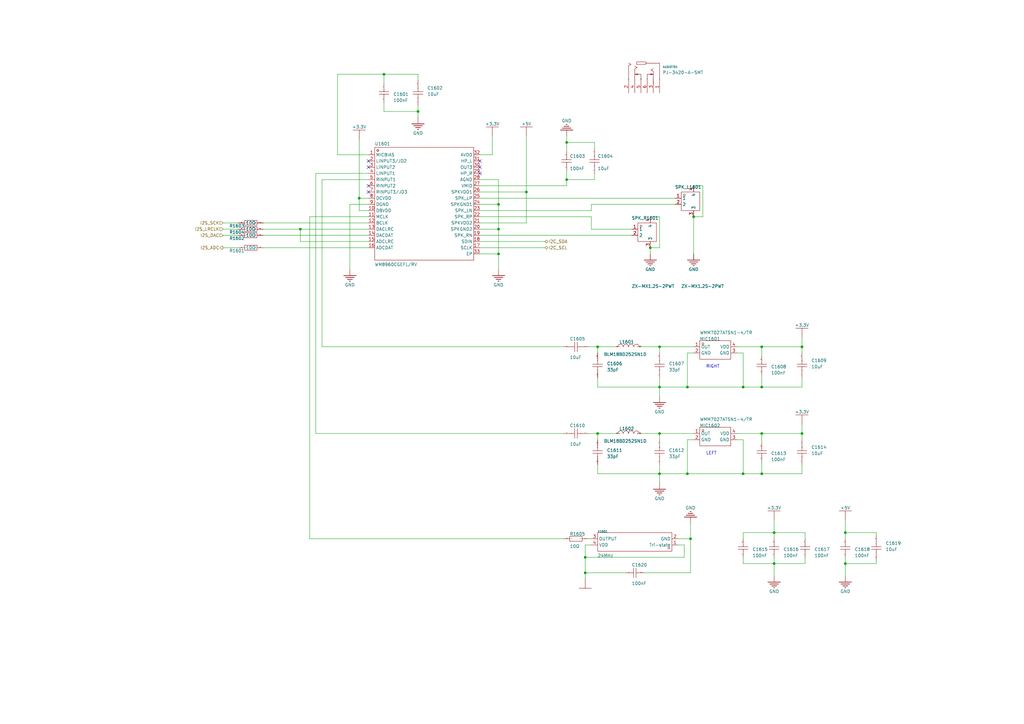
<source format=kicad_sch>
(kicad_sch (version 20250114) (generator "eeschema") (generator_version "9.0")
  (paper "A3")
  (title_block (date "2025-02-21"))
  (lib_symbols
    (symbol "mainboard:0402B104K250NT"
      (property "Reference" "C" (at 0 0 0))
      (symbol "0402B104K250NT_1_0"
        (polyline (pts (xy -1.27 0) (xy -0.508 0)))
        (polyline (pts (xy -0.508 2.032) (xy -0.508 -2.032)))
        (polyline (pts (xy 0.508 2.032) (xy 0.508 -2.032)))
        (polyline (pts (xy 0.508 0) (xy 1.27 0)))
        (pin input line (at -3.81 0 0) (length 2.54) (name "1") (number "1"))
        (pin input line (at 3.81 0 180) (length 2.54) (name "2") (number "2"))
      )
    )
    (symbol "mainboard:0603CG330J500NT"
      (property "Reference" "C" (at 0 0 0))
      (symbol "0603CG330J500NT_1_0"
        (polyline (pts (xy -0.508 0) (xy -2.54 0)))
        (polyline (pts (xy -0.508 -2.032) (xy -0.508 2.032)))
        (polyline (pts (xy 0.508 2.032) (xy 0.508 -2.032)))
        (polyline (pts (xy 2.54 0) (xy 0.508 0)))
        (pin unspecified line (at -5.08 0 0) (length 2.54) (name "1") (number "1"))
        (pin unspecified line (at 5.08 0 180) (length 2.54) (name "2") (number "2"))
      )
    )
    (symbol "mainboard:0603WAF100JT5E"
      (property "Reference" "R" (at 0 0 0))
      (symbol "0603WAF100JT5E_1_0"
        (rectangle (start -2.54 -1.016) (end 2.54 1.016))
        (pin input line (at -5.08 0 0) (length 2.54) (name "1") (number "1"))
        (pin input line (at 5.08 0 180) (length 2.54) (name "2") (number "2"))
      )
    )
    (symbol "mainboard:BLM18BD252SN1D"
      (property "Reference" "L" (at 0 0 0))
      (symbol "BLM18BD252SN1D_1_0"
        (polyline (pts (xy -4.2672 0) (xy -4.2164 0.4318) (xy -4.2164 0.4318) (xy -4.0132 0.7874) (xy -4.0132 0.7874) (xy -3.6576 1.016) (xy -3.6576 1.016) (xy -3.2512 1.0922) (xy -3.2512 1.0922) (xy -2.8702 1.016) (xy -2.8702 1.016) (xy -2.5146 0.7874) (xy -2.5146 0.7874) (xy -2.3114 0.4064) (xy -2.3114 0.4064) (xy -2.2606 0)))
        (polyline (pts (xy -2.1082 0) (xy -2.0828 0.4318) (xy -2.0828 0.4318) (xy -1.8542 0.7874) (xy -1.8542 0.7874) (xy -1.524 1.016) (xy -1.524 1.016) (xy -1.1176 1.0922) (xy -1.1176 1.0922) (xy -0.7112 1.016) (xy -0.7112 1.016) (xy -0.3556 0.7874) (xy -0.3556 0.7874) (xy -0.1524 0.4318) (xy -0.1524 0.4318) (xy -0.1016 0)))
        (polyline (pts (xy 0 0) (xy 0.0508 0.4318) (xy 0.0508 0.4318) (xy 0.2794 0.7874) (xy 0.2794 0.7874) (xy 0.6096 1.016) (xy 0.6096 1.016) (xy 1.016 1.0922) (xy 1.016 1.0922) (xy 1.4224 1.016) (xy 1.4224 1.016) (xy 1.7526 0.7874) (xy 1.7526 0.7874) (xy 1.9812 0.4318) (xy 1.9812 0.4318) (xy 2.032 0)))
        (polyline (pts (xy 2.2098 0) (xy 2.2606 0.4064) (xy 2.2606 0.4064) (xy 2.4638 0.762) (xy 2.4638 0.762) (xy 2.8194 0.9906) (xy 2.8194 0.9906) (xy 3.2004 1.0922) (xy 3.2004 1.0922) (xy 3.6068 0.9906) (xy 3.6068 0.9906) (xy 3.9624 0.762) (xy 3.9624 0.762) (xy 4.1656 0.4064) (xy 4.1656 0.4064) (xy 4.2164 0)))
        (pin input line (at -5.08 0 0) (length 0.762) (name "1") (number "1"))
        (pin input line (at 5.08 0 180) (length 0.762) (name "2") (number "2"))
      )
    )
    (symbol "mainboard:CL10A106MA8NRNC"
      (property "Reference" "C" (at 0 0 0))
      (symbol "CL10A106MA8NRNC_1_0"
        (polyline (pts (xy -0.508 0) (xy -2.54 0)))
        (polyline (pts (xy -0.508 -2.032) (xy -0.508 2.032)))
        (polyline (pts (xy 0.508 2.032) (xy 0.508 -2.032)))
        (polyline (pts (xy 2.54 0) (xy 0.508 0)))
        (pin input line (at -5.08 0 0) (length 2.54) (name "1") (number "1"))
        (pin input line (at 5.08 0 180) (length 2.54) (name "2") (number "2"))
      )
    )
    (symbol "mainboard:Ground-GND" (power) (pin_numbers (hide yes)) (pin_names (hide yes))
      (property "Value" "GND" (at 0 -6.35 0))
      (symbol "Ground-GND_1_0"
        (polyline (pts (xy -2.54 -2.54) (xy 2.54 -2.54)) (stroke (width 0.254)))
        (polyline (pts (xy -1.778 -3.302) (xy 1.778 -3.302)) (stroke (width 0.254)))
        (polyline (pts (xy -1.016 -4.064) (xy 1.016 -4.064)) (stroke (width 0.254)))
        (polyline (pts (xy -0.254 -4.826) (xy 0.254 -4.826)) (stroke (width 0.254)))
        (pin power_in line (at 0 0 270) (length 2.54) (name "") (number "1"))
      )
    )
    (symbol "mainboard:OT322524MJBA4SL"
      (property "Reference" "X" (at 0 0 0))
      (symbol "OT322524MJBA4SL_1_0"
        (rectangle (start -15.24 -3.81) (end 15.24 3.81))
        (circle (center -13.97 2.54) (radius 0.381))
        (pin input line (at -17.78 1.27 0) (length 2.54) (name "Tri-state") (number "1"))
        (pin input line (at -17.78 -1.27 0) (length 2.54) (name "GND") (number "2"))
        (pin input line (at 17.78 1.27 180) (length 2.54) (name "VDD") (number "4"))
        (pin input line (at 17.78 -1.27 180) (length 2.54) (name "OUTPUT") (number "3"))
      )
    )
    (symbol "mainboard:PJ-3537-X"
      (property "Reference" "AUDIO" (at 0 0 0))
      (symbol "PJ-3537-X_1_0"
        (rectangle (start -7.62 -1.778) (end -6.604 2.032))
        (polyline (pts (xy -2.54 5.08) (xy -2.286 3.81)))
        (polyline (pts (xy -2.54 -2.54) (xy -2.794 -1.27)))
        (polyline (pts (xy 0 7.62) (xy -7.112 7.62) (xy -7.112 7.62) (xy -7.112 2.032)))
        (polyline (pts (xy 0 2.54) (xy -2.54 2.54) (xy -2.54 2.54) (xy -2.54 5.08) (xy -2.54 5.08) (xy -2.794 3.81)))
        (polyline (pts (xy 0 0) (xy -2.54 0) (xy -2.54 0) (xy -2.54 -2.54) (xy -2.54 -2.54) (xy -2.286 -1.27)))
        (polyline (pts (xy 0 -2.54) (xy -4.826 -2.54) (xy -4.826 -2.54) (xy -5.334 -1.524) (xy -5.334 -1.524) (xy -5.842 -2.54)))
        (polyline (pts (xy 0 -5.08) (xy -6.096 -5.08) (xy -6.096 -5.08) (xy -6.604 -4.064) (xy -6.604 -4.064) (xy -7.112 -5.08)))
        (polyline (pts (xy 1.27 5.08) (xy -3.81 5.08) (xy -3.81 5.08) (xy -4.318 4.064) (xy -4.318 4.064) (xy -4.826 5.08)))
        (pin input line (at 5.08 7.62 180) (length 5.08) (name "1") (number "1"))
        (pin input line (at 5.08 5.08 180) (length 5.08) (name "3") (number "3"))
        (pin input line (at 5.08 2.54 180) (length 5.08) (name "6") (number "6"))
        (pin input line (at 5.08 0 180) (length 5.08) (name "5") (number "5"))
        (pin input line (at 5.08 -2.54 180) (length 5.08) (name "4") (number "4"))
        (pin input line (at 5.08 -5.08 180) (length 5.08) (name "2") (number "2"))
      )
    )
    (symbol "mainboard:Power-5V" (power) (pin_numbers (hide yes)) (pin_names (hide yes))
      (symbol "Power-5V_1_0"
        (polyline (pts (xy -2.54 3.81) (xy 2.54 3.81)))
        (polyline (pts (xy 0 3.81) (xy 0 1.27)))
        (pin power_in line (at 0 0 90) (length 1.27) (name "") (number "1"))
      )
    )
    (symbol "mainboard:WM8960CGEFL/RV"
      (property "Reference" "U" (at 0 0 0))
      (symbol "WM8960CGEFL/RV_1_0"
        (rectangle (start -20.32 -24.13) (end 20.32 22.098))
        (circle (center -19.05 20.828) (radius 0.381))
        (circle (center -19.05 20.828) (radius 0.381))
        (pin unspecified line (at -22.86 19.05 0) (length 2.54) (name "MICBIAS") (number "1"))
        (pin unspecified line (at -22.86 16.51 0) (length 2.54) (name "LINPUT3/JD2") (number "2"))
        (pin unspecified line (at -22.86 13.97 0) (length 2.54) (name "LINPUT2") (number "3"))
        (pin unspecified line (at -22.86 11.43 0) (length 2.54) (name "LINPUT1") (number "4"))
        (pin unspecified line (at -22.86 8.89 0) (length 2.54) (name "RINPUT1") (number "5"))
        (pin unspecified line (at -22.86 6.35 0) (length 2.54) (name "RINPUT2") (number "6"))
        (pin unspecified line (at -22.86 3.81 0) (length 2.54) (name "RINPUT3/JD3") (number "7"))
        (pin unspecified line (at -22.86 1.27 0) (length 2.54) (name "DCVDD") (number "8"))
        (pin unspecified line (at -22.86 -1.27 0) (length 2.54) (name "DGND") (number "9"))
        (pin unspecified line (at -22.86 -3.81 0) (length 2.54) (name "DBVDD") (number "10"))
        (pin unspecified line (at -22.86 -6.35 0) (length 2.54) (name "MCLK") (number "11"))
        (pin unspecified line (at -22.86 -8.89 0) (length 2.54) (name "BCLK") (number "12"))
        (pin unspecified line (at -22.86 -11.43 0) (length 2.54) (name "DACLRC") (number "13"))
        (pin unspecified line (at -22.86 -13.97 0) (length 2.54) (name "DACDAT") (number "14"))
        (pin unspecified line (at -22.86 -16.51 0) (length 2.54) (name "ADCLRC") (number "15"))
        (pin unspecified line (at -22.86 -19.05 0) (length 2.54) (name "ADCDAT") (number "16"))
        (pin unspecified line (at 22.86 19.05 180) (length 2.54) (name "AVDD") (number "32"))
        (pin unspecified line (at 22.86 16.51 180) (length 2.54) (name "HP_L") (number "31"))
        (pin unspecified line (at 22.86 13.97 180) (length 2.54) (name "OUT3") (number "30"))
        (pin unspecified line (at 22.86 11.43 180) (length 2.54) (name "HP_R") (number "29"))
        (pin unspecified line (at 22.86 8.89 180) (length 2.54) (name "AGND") (number "28"))
        (pin unspecified line (at 22.86 6.35 180) (length 2.54) (name "VMID") (number "27"))
        (pin unspecified line (at 22.86 3.81 180) (length 2.54) (name "SPKVDD1") (number "26"))
        (pin unspecified line (at 22.86 1.27 180) (length 2.54) (name "SPK_LP") (number "25"))
        (pin unspecified line (at 22.86 -1.27 180) (length 2.54) (name "SPKGND1") (number "24"))
        (pin unspecified line (at 22.86 -3.81 180) (length 2.54) (name "SPK_LN") (number "23"))
        (pin unspecified line (at 22.86 -6.35 180) (length 2.54) (name "SPK_RP") (number "22"))
        (pin unspecified line (at 22.86 -8.89 180) (length 2.54) (name "SPKVDD2") (number "21"))
        (pin unspecified line (at 22.86 -11.43 180) (length 2.54) (name "SPKGND2") (number "20"))
        (pin unspecified line (at 22.86 -13.97 180) (length 2.54) (name "SPK_RN") (number "19"))
        (pin unspecified line (at 22.86 -16.51 180) (length 2.54) (name "SDIN") (number "18"))
        (pin unspecified line (at 22.86 -19.05 180) (length 2.54) (name "SCLK") (number "17"))
        (pin unspecified line (at 22.86 -21.59 180) (length 2.54) (name "EP") (number "33"))
      )
    )
    (symbol "mainboard:WMM7027ATSN1-4/TR"
      (property "Reference" "MIC" (at 0 0 0))
      (symbol "WMM7027ATSN1-4/TR_1_0"
        (rectangle (start -6.35 -3.81) (end 6.35 3.81))
        (circle (center -5.08 2.54) (radius 0.381))
        (pin unspecified line (at -8.89 1.27 0) (length 2.54) (name "OUT") (number "1"))
        (pin unspecified line (at -8.89 -1.27 0) (length 2.54) (name "GND") (number "2"))
        (pin unspecified line (at 8.89 1.27 180) (length 2.54) (name "VDD") (number "4"))
        (pin unspecified line (at 8.89 -1.27 180) (length 2.54) (name "GND") (number "3"))
      )
    )
    (symbol "mainboard:ZX-MX1.25-2PWT"
      (property "Reference" "U" (at 0 0 0))
      (symbol "ZX-MX1.25-2PWT_1_0"
        (rectangle (start -2.54 -2.54) (end 5.08 5.08))
        (circle (center -1.27 3.81) (radius 0.381))
        (pin unspecified line (at -5.08 2.54 0) (length 2.54) (name "1") (number "1"))
        (pin unspecified line (at -5.08 0 0) (length 2.54) (name "2") (number "2"))
        (pin unspecified line (at 2.54 7.62 270) (length 2.54) (name "4") (number "4"))
        (pin unspecified line (at 2.54 -5.08 90) (length 2.54) (name "3") (number "3"))
      )
    )
  )
  (text "RIGHT" (at 289.56 151.13 0) (effects (font (size 1.27 1.27)) (justify left bottom)))
  (text "LEFT" (at 289.56 186.69 0) (effects (font (size 1.27 1.27)) (justify left bottom)))
  (junction (at 283.21 220.98))
  (junction (at 328.93 142.24))
  (junction (at 266.7 101.6))
  (junction (at 270.51 177.8))
  (junction (at 215.9 78.74))
  (junction (at 304.8 158.75))
  (junction (at 312.42 142.24))
  (junction (at 123.19 93.98))
  (junction (at 281.94 194.31))
  (junction (at 346.71 231.14))
  (junction (at 312.42 158.75))
  (junction (at 346.71 218.44))
  (junction (at 232.41 58.42))
  (junction (at 312.42 194.31))
  (junction (at 270.51 158.75))
  (junction (at 157.48 30.48))
  (junction (at 240.03 234.95))
  (junction (at 232.41 73.66))
  (junction (at 270.51 142.24))
  (junction (at 245.11 142.24))
  (junction (at 328.93 177.8))
  (junction (at 240.03 228.6))
  (junction (at 204.47 93.98))
  (junction (at 147.32 81.28))
  (junction (at 245.11 177.8))
  (junction (at 281.94 158.75))
  (junction (at 270.51 194.31))
  (junction (at 317.5 218.44))
  (junction (at 171.45 45.72))
  (junction (at 304.8 194.31))
  (junction (at 312.42 177.8))
  (junction (at 204.47 83.82))
  (junction (at 204.47 104.14))
  (junction (at 284.48 88.9))
  (junction (at 317.5 231.14))
  (no_connect (at 196.85 66.04))
  (no_connect (at 196.85 71.12))
  (no_connect (at 196.85 68.58))
  (no_connect (at 151.13 76.2))
  (no_connect (at 151.13 66.04))
  (no_connect (at 151.13 68.58))
  (no_connect (at 151.13 78.74))
  (wire (pts (xy 346.71 228.6) (xy 346.71 231.14)))
  (wire (pts (xy 147.32 57.15) (xy 147.32 81.28)))
  (wire (pts (xy 241.3 142.24) (xy 245.11 142.24)))
  (wire (pts (xy 245.11 190.5) (xy 245.11 194.31)))
  (wire (pts (xy 138.43 30.48) (xy 138.43 63.5)))
  (wire (pts (xy 328.93 142.24) (xy 312.42 142.24)))
  (wire (pts (xy 123.19 93.98) (xy 123.19 99.06)))
  (wire (pts (xy 328.93 180.34) (xy 328.93 177.8)))
  (wire (pts (xy 157.48 30.48) (xy 138.43 30.48)))
  (wire (pts (xy 312.42 194.31) (xy 304.8 194.31)))
  (wire (pts (xy 241.3 177.8) (xy 245.11 177.8)))
  (wire (pts (xy 171.45 43.18) (xy 171.45 45.72)))
  (wire (pts (xy 312.42 142.24) (xy 312.42 146.05)))
  (wire (pts (xy 283.21 214.63) (xy 283.21 220.98)))
  (wire (pts (xy 328.93 158.75) (xy 328.93 154.94)))
  (wire (pts (xy 317.5 231.14) (xy 317.5 228.6)))
  (wire (pts (xy 240.03 228.6) (xy 280.67 228.6)))
  (wire (pts (xy 346.71 213.36) (xy 346.71 218.44)))
  (wire (pts (xy 328.93 142.24) (xy 328.93 138.43)))
  (wire (pts (xy 151.13 63.5) (xy 138.43 63.5)))
  (wire (pts (xy 129.54 177.8) (xy 231.14 177.8)))
  (wire (pts (xy 328.93 144.78) (xy 328.93 142.24)))
  (wire (pts (xy 270.51 177.8) (xy 262.89 177.8)))
  (wire (pts (xy 270.51 88.9) (xy 266.7 88.9)))
  (wire (pts (xy 284.48 180.34) (xy 281.94 180.34)))
  (wire (pts (xy 201.93 55.88) (xy 201.93 63.5)))
  (wire (pts (xy 243.84 60.96) (xy 243.84 58.42)))
  (wire (pts (xy 284.48 88.9) (xy 288.29 88.9)))
  (wire (pts (xy 232.41 73.66) (xy 232.41 69.85)))
  (wire (pts (xy 312.42 158.75) (xy 328.93 158.75)))
  (wire (pts (xy 204.47 83.82) (xy 204.47 73.66)))
  (wire (pts (xy 304.8 180.34) (xy 304.8 194.31)))
  (wire (pts (xy 151.13 71.12) (xy 129.54 71.12)))
  (wire (pts (xy 240.03 228.6) (xy 240.03 223.52)))
  (wire (pts (xy 242.57 83.82) (xy 242.57 86.36)))
  (wire (pts (xy 259.08 93.98) (xy 242.57 93.98)))
  (wire (pts (xy 283.21 220.98) (xy 283.21 234.95)))
  (wire (pts (xy 270.51 177.8) (xy 270.51 180.34)))
  (wire (pts (xy 215.9 78.74) (xy 215.9 91.44)))
  (wire (pts (xy 330.2 228.6) (xy 330.2 231.14)))
  (wire (pts (xy 107.95 91.44) (xy 151.13 91.44)))
  (wire (pts (xy 270.51 194.31) (xy 270.51 190.5)))
  (wire (pts (xy 359.41 229.87) (xy 359.41 231.14)))
  (wire (pts (xy 304.8 158.75) (xy 304.8 144.78)))
  (wire (pts (xy 107.95 96.52) (xy 151.13 96.52)))
  (wire (pts (xy 252.73 177.8) (xy 245.11 177.8)))
  (wire (pts (xy 91.44 93.98) (xy 97.79 93.98)))
  (wire (pts (xy 215.9 78.74) (xy 215.9 55.88)))
  (wire (pts (xy 196.85 83.82) (xy 204.47 83.82)))
  (wire (pts (xy 276.86 83.82) (xy 242.57 83.82)))
  (wire (pts (xy 317.5 220.98) (xy 317.5 218.44)))
  (wire (pts (xy 196.85 78.74) (xy 215.9 78.74)))
  (wire (pts (xy 281.94 158.75) (xy 281.94 144.78)))
  (wire (pts (xy 232.41 76.2) (xy 232.41 73.66)))
  (wire (pts (xy 132.08 142.24) (xy 132.08 73.66)))
  (wire (pts (xy 243.84 71.12) (xy 243.84 73.66)))
  (wire (pts (xy 359.41 218.44) (xy 346.71 218.44)))
  (wire (pts (xy 196.85 93.98) (xy 204.47 93.98)))
  (wire (pts (xy 147.32 86.36) (xy 151.13 86.36)))
  (wire (pts (xy 328.93 177.8) (xy 312.42 177.8)))
  (wire (pts (xy 240.03 237.49) (xy 240.03 234.95)))
  (wire (pts (xy 259.08 96.52) (xy 196.85 96.52)))
  (wire (pts (xy 256.54 234.95) (xy 240.03 234.95)))
  (wire (pts (xy 346.71 236.22) (xy 346.71 231.14)))
  (wire (pts (xy 201.93 63.5) (xy 196.85 63.5)))
  (wire (pts (xy 91.44 101.6) (xy 97.79 101.6)))
  (wire (pts (xy 270.51 158.75) (xy 270.51 154.94)))
  (wire (pts (xy 151.13 83.82) (xy 143.51 83.82)))
  (wire (pts (xy 346.71 231.14) (xy 359.41 231.14)))
  (wire (pts (xy 242.57 88.9) (xy 242.57 93.98)))
  (wire (pts (xy 302.26 180.34) (xy 304.8 180.34)))
  (wire (pts (xy 147.32 81.28) (xy 147.32 86.36)))
  (wire (pts (xy 243.84 58.42) (xy 232.41 58.42)))
  (wire (pts (xy 196.85 99.06) (xy 223.52 99.06)))
  (wire (pts (xy 157.48 45.72) (xy 157.48 41.91)))
  (wire (pts (xy 270.51 142.24) (xy 262.89 142.24)))
  (wire (pts (xy 232.41 76.2) (xy 196.85 76.2)))
  (wire (pts (xy 270.51 88.9) (xy 270.51 101.6)))
  (wire (pts (xy 304.8 228.6) (xy 304.8 231.14)))
  (wire (pts (xy 127 88.9) (xy 151.13 88.9)))
  (wire (pts (xy 312.42 177.8) (xy 312.42 181.61)))
  (wire (pts (xy 171.45 30.48) (xy 157.48 30.48)))
  (wire (pts (xy 328.93 190.5) (xy 328.93 194.31)))
  (wire (pts (xy 312.42 158.75) (xy 304.8 158.75)))
  (wire (pts (xy 288.29 88.9) (xy 288.29 76.2)))
  (wire (pts (xy 129.54 71.12) (xy 129.54 177.8)))
  (wire (pts (xy 270.51 158.75) (xy 281.94 158.75)))
  (wire (pts (xy 232.41 62.23) (xy 232.41 58.42)))
  (wire (pts (xy 312.42 158.75) (xy 312.42 153.67)))
  (wire (pts (xy 215.9 91.44) (xy 196.85 91.44)))
  (wire (pts (xy 204.47 104.14) (xy 204.47 110.49)))
  (wire (pts (xy 245.11 142.24) (xy 252.73 142.24)))
  (wire (pts (xy 328.93 177.8) (xy 328.93 173.99)))
  (wire (pts (xy 132.08 142.24) (xy 231.14 142.24)))
  (wire (pts (xy 171.45 45.72) (xy 171.45 48.26)))
  (wire (pts (xy 270.51 162.56) (xy 270.51 158.75)))
  (wire (pts (xy 143.51 83.82) (xy 143.51 110.49)))
  (wire (pts (xy 276.86 81.28) (xy 196.85 81.28)))
  (wire (pts (xy 280.67 223.52) (xy 278.13 223.52)))
  (wire (pts (xy 107.95 101.6) (xy 151.13 101.6)))
  (wire (pts (xy 280.67 228.6) (xy 280.67 223.52)))
  (wire (pts (xy 242.57 220.98) (xy 241.3 220.98)))
  (wire (pts (xy 317.5 218.44) (xy 317.5 213.36)))
  (wire (pts (xy 284.48 142.24) (xy 270.51 142.24)))
  (wire (pts (xy 317.5 236.22) (xy 317.5 231.14)))
  (wire (pts (xy 243.84 73.66) (xy 232.41 73.66)))
  (wire (pts (xy 127 220.98) (xy 127 88.9)))
  (wire (pts (xy 266.7 101.6) (xy 270.51 101.6)))
  (wire (pts (xy 204.47 93.98) (xy 204.47 104.14)))
  (wire (pts (xy 242.57 88.9) (xy 196.85 88.9)))
  (wire (pts (xy 288.29 76.2) (xy 284.48 76.2)))
  (wire (pts (xy 196.85 104.14) (xy 204.47 104.14)))
  (wire (pts (xy 281.94 194.31) (xy 270.51 194.31)))
  (wire (pts (xy 245.11 194.31) (xy 270.51 194.31)))
  (wire (pts (xy 270.51 142.24) (xy 270.51 144.78)))
  (wire (pts (xy 304.8 194.31) (xy 281.94 194.31)))
  (wire (pts (xy 304.8 220.98) (xy 304.8 218.44)))
  (wire (pts (xy 171.45 30.48) (xy 171.45 33.02)))
  (wire (pts (xy 123.19 99.06) (xy 151.13 99.06)))
  (wire (pts (xy 266.7 101.6) (xy 266.7 104.14)))
  (wire (pts (xy 330.2 220.98) (xy 330.2 218.44)))
  (wire (pts (xy 91.44 91.44) (xy 97.79 91.44)))
  (wire (pts (xy 312.42 177.8) (xy 302.26 177.8)))
  (wire (pts (xy 264.16 234.95) (xy 283.21 234.95)))
  (wire (pts (xy 270.51 194.31) (xy 270.51 198.12)))
  (wire (pts (xy 157.48 30.48) (xy 157.48 34.29)))
  (wire (pts (xy 242.57 86.36) (xy 196.85 86.36)))
  (wire (pts (xy 281.94 144.78) (xy 284.48 144.78)))
  (wire (pts (xy 245.11 177.8) (xy 245.11 180.34)))
  (wire (pts (xy 242.57 223.52) (xy 240.03 223.52)))
  (wire (pts (xy 196.85 101.6) (xy 223.52 101.6)))
  (wire (pts (xy 123.19 93.98) (xy 151.13 93.98)))
  (wire (pts (xy 281.94 158.75) (xy 304.8 158.75)))
  (wire (pts (xy 330.2 218.44) (xy 317.5 218.44)))
  (wire (pts (xy 304.8 218.44) (xy 317.5 218.44)))
  (wire (pts (xy 284.48 177.8) (xy 270.51 177.8)))
  (wire (pts (xy 281.94 180.34) (xy 281.94 194.31)))
  (wire (pts (xy 231.14 220.98) (xy 127 220.98)))
  (wire (pts (xy 204.47 83.82) (xy 204.47 93.98)))
  (wire (pts (xy 204.47 73.66) (xy 196.85 73.66)))
  (wire (pts (xy 151.13 81.28) (xy 147.32 81.28)))
  (wire (pts (xy 302.26 144.78) (xy 304.8 144.78)))
  (wire (pts (xy 240.03 234.95) (xy 240.03 228.6)))
  (wire (pts (xy 151.13 73.66) (xy 132.08 73.66)))
  (wire (pts (xy 245.11 158.75) (xy 270.51 158.75)))
  (wire (pts (xy 328.93 194.31) (xy 312.42 194.31)))
  (wire (pts (xy 245.11 158.75) (xy 245.11 154.94)))
  (wire (pts (xy 312.42 189.23) (xy 312.42 194.31)))
  (wire (pts (xy 304.8 231.14) (xy 317.5 231.14)))
  (wire (pts (xy 107.95 93.98) (xy 123.19 93.98)))
  (wire (pts (xy 312.42 142.24) (xy 302.26 142.24)))
  (wire (pts (xy 171.45 45.72) (xy 157.48 45.72)))
  (wire (pts (xy 359.41 219.71) (xy 359.41 218.44)))
  (wire (pts (xy 283.21 220.98) (xy 278.13 220.98)))
  (wire (pts (xy 284.48 88.9) (xy 284.48 104.14)))
  (wire (pts (xy 245.11 144.78) (xy 245.11 142.24)))
  (wire (pts (xy 346.71 218.44) (xy 346.71 220.98)))
  (wire (pts (xy 91.44 96.52) (xy 97.79 96.52)))
  (wire (pts (xy 232.41 58.42) (xy 232.41 55.88)))
  (wire (pts (xy 330.2 231.14) (xy 317.5 231.14)))
  (hierarchical_label "I2S_LRCLK" (shape input) (at 91.44 93.98 180))
  (hierarchical_label "I2S_ADC" (shape output) (at 91.44 101.6 180))
  (hierarchical_label "I2C_SDA" (shape bidirectional) (at 223.52 99.06 0))
  (hierarchical_label "I2C_SCL" (shape bidirectional) (at 223.52 101.6 0))
  (hierarchical_label "I2S_DAC" (shape input) (at 91.44 96.52 180))
  (hierarchical_label "I2S_SCK" (shape input) (at 91.44 91.44 180))
  (symbol (lib_id "mainboard:0402B104K250NT") (at 312.42 149.86 90) (unit 1)
    (property "Reference" "C1608" (at 316.23 151.13 90) (effects (justify right top)))
    (property "Value" "100nF" (at 316.23 153.67 90) (effects (justify right top)))
    (property "Footprint" "mainboard:C0402" (effects (hide yes)))
    (property "Datasheet" "https://atta.szlcsc.com/upload/public/pdf/source/20200305/C486355_26A10D38EF8C2A5C37091D0039909270.pdf" (effects (hide yes)))
    (property "Description" "Capacitance:100nF Tolerance:±10% Tolerance:±10% Voltage Rated: Temperature Coefficient:" (effects (hide yes)))
    (property "Manufacturer Part" "0402B104K250NT" (effects (hide yes)))
    (property "Manufacturer" "FH(风华)" (effects (hide yes)))
    (property "Supplier Part" "C56392" (effects (hide yes)))
    (property "Supplier" "LCSC" (effects (hide yes)))
    (property "LCSC Part Name" "100nF ±10% 25V" (effects (hide yes)))
  )
  (symbol (lib_id "mainboard:BLM18BD252SN1D") (at 257.81 142.24 0) (unit 1)
    (property "Reference" "L1601" (at 254 140.97 0) (effects (justify left bottom)))
    (property "Value" "BLM18BD252SN1D" (at 247.65 146.05 0) (effects (justify left bottom)))
    (property "Footprint" "mainboard:L0603" (effects (hide yes)))
    (property "Datasheet" "https://atta.szlcsc.com/upload/public/pdf/source/20170721/C87063_1500619398878834175.pdf" (effects (hide yes)))
    (property "Description" "Impedance @ Frequency:2.5kΩ@100MHz Tolerance:±25% Tolerance:±25% DC Resistance:1.5Ω Current Rating:150mA Circuits:1" (effects (hide yes)))
    (property "Manufacturer Part" "BLM18BD252SN1D" (effects (hide yes)))
    (property "Manufacturer" "muRata(村田)" (effects (hide yes)))
    (property "Supplier Part" "C77668" (effects (hide yes)))
    (property "Supplier" "LCSC" (effects (hide yes)))
    (property "LCSC Part Name" "单路 0603磁珠 阻抗2.5kΩ@100MHz" (effects (hide yes)))
  )
  (symbol (lib_id "mainboard:0402B104K250NT") (at 317.5 224.79 90) (unit 1)
    (property "Reference" "C1616" (at 321.31 226.06 90) (effects (justify right top)))
    (property "Value" "100nF" (at 321.31 228.6 90) (effects (justify right top)))
    (property "Footprint" "mainboard:C0402" (effects (hide yes)))
    (property "Datasheet" "https://atta.szlcsc.com/upload/public/pdf/source/20200305/C486355_26A10D38EF8C2A5C37091D0039909270.pdf" (effects (hide yes)))
    (property "Description" "Capacitance:100nF Tolerance:±10% Tolerance:±10% Voltage Rated: Temperature Coefficient:" (effects (hide yes)))
    (property "Manufacturer Part" "0402B104K250NT" (effects (hide yes)))
    (property "Manufacturer" "FH(风华)" (effects (hide yes)))
    (property "Supplier Part" "C56392" (effects (hide yes)))
    (property "Supplier" "LCSC" (effects (hide yes)))
    (property "LCSC Part Name" "100nF ±10% 25V" (effects (hide yes)))
  )
  (symbol (lib_id "mainboard:Power-5V") (at 240.03 237.49 180) (unit 1)
    (property "Reference" "#PWR01619" (effects (hide yes)))
    (property "Value" "+3.3V" (effects (hide yes)))
    (property "Footprint" "mainboard:" (effects (hide yes)))
    (property "Description" "Power-5V" (effects (hide yes)))
  )
  (symbol (lib_id "mainboard:CL10A106MA8NRNC") (at 359.41 224.79 90) (unit 1)
    (property "Reference" "C1619" (at 363.22 223.52 90) (effects (justify right top)))
    (property "Value" "10uF" (at 363.22 226.06 90) (effects (justify right top)))
    (property "Footprint" "mainboard:C0603" (effects (hide yes)))
    (property "Datasheet" "https://atta.szlcsc.com/upload/public/pdf/source/20160218/1457707763339.pdf" (effects (hide yes)))
    (property "Description" "Capacitance: Tolerance:±20% Tolerance:±20% Voltage Rated: Temperature Coefficient:" (effects (hide yes)))
    (property "Manufacturer Part" "CL10A106MA8NRNC" (effects (hide yes)))
    (property "Manufacturer" "SAMSUNG(三星)" (effects (hide yes)))
    (property "Supplier Part" "C96446" (effects (hide yes)))
    (property "Supplier" "LCSC" (effects (hide yes)))
    (property "LCSC Part Name" "10uF ±20% 25V" (effects (hide yes)))
  )
  (symbol (lib_id "mainboard:PJ-3537-X") (at 262.89 33.02 270) (unit 1)
    (property "Reference" "AUDIO701" (at 271.78 27.94 90) (effects (font (size 0.8382 0.8382)) (justify left bottom)))
    (property "Value" "PJ-3420-A-SMT" (at 271.78 30.48 90) (effects (justify left bottom)))
    (property "Footprint" "mainboard:AUDIO-SMD_PJ-3420-A-SMT_C319102" (effects (hide yes)))
    (property "Datasheet" "https://atta.szlcsc.com/upload/public/pdf/source/20211015/FA11597DF53DC331FB6A72D64BA50234.pdf" (effects (hide yes)))
    (property "Description" "Connector Type:3.5mm耳机座 Current Rating (Max):500mA Voltage Rating (Max):30V Operating Temperature Range:-20°C~+70°C Operating Temperature Range:-20°C~+70°C Soldering Temperature(Max):235°C" (effects (hide yes)))
    (property "Manufacturer Part" "PJ-3420-A-SMT" (effects (hide yes)))
    (property "Manufacturer" "XKB Connectivity(中国星坤)" (effects (hide yes)))
    (property "Supplier Part" "C319102" (effects (hide yes)))
    (property "Supplier" "LCSC" (effects (hide yes)))
    (property "LCSC Part Name" "3.5mm耳机座" (effects (hide yes)))
  )
  (symbol (lib_id "mainboard:0603CG330J500NT") (at 245.11 149.86 90) (unit 1)
    (property "Reference" "C1606" (at 248.92 149.86 90) (effects (justify right top)))
    (property "Value" "33pF" (at 248.92 152.4 90) (effects (justify right top)))
    (property "Footprint" "mainboard:C0603" (effects (hide yes)))
    (property "Datasheet" "https://atta.szlcsc.com/upload/public/pdf/source/20200305/C486355_26A10D38EF8C2A5C37091D0039909270.pdf" (effects (hide yes)))
    (property "Description" "Capacitance: Tolerance:±5% Tolerance:±5% Voltage Rated: Temperature Coefficient:" (effects (hide yes)))
    (property "Manufacturer Part" "0603CG330J500NT" (effects (hide yes)))
    (property "Manufacturer" "FH(风华)" (effects (hide yes)))
    (property "Supplier Part" "C91368" (effects (hide yes)))
    (property "Supplier" "LCSC" (effects (hide yes)))
    (property "LCSC Part Name" "33pF ±5% 50V" (effects (hide yes)))
  )
  (symbol (lib_id "mainboard:Power-5V") (at 317.5 213.36 0) (unit 1)
    (property "Reference" "#PWR01614" (effects (hide yes)))
    (property "Value" "+3.3V" (at 317.5 208.28 0))
    (property "Footprint" "mainboard:" (effects (hide yes)))
    (property "Description" "Power-5V" (effects (hide yes)))
  )
  (symbol (lib_id "mainboard:Ground-GND") (at 270.51 162.56 0) (unit 1)
    (property "Reference" "#PWR01611" (effects (hide yes)))
    (property "Value" "GND" (at 270.51 168.91 0))
    (property "Footprint" "mainboard:" (effects (hide yes)))
  )
  (symbol (lib_id "mainboard:0603WAF100JT5E") (at 236.22 220.98 180) (unit 1)
    (property "Reference" "R1605" (at 233.68 219.71 0) (effects (justify right top)))
    (property "Value" "10Ω" (at 233.68 224.79 0) (effects (justify right top)))
    (property "Footprint" "mainboard:R0603" (effects (hide yes)))
    (property "Datasheet" "https://atta.szlcsc.com/upload/public/pdf/source/20200306/C422600_1E6D84923E4A46A82E41ADD87F860B5C.pdf" (effects (hide yes)))
    (property "Description" "Type:Thick Film Resistors Resistance:10Ω Tolerance:±1% Tolerance:±1% Power(Watts): Overload Voltage (Max): Temperature Coefficient:±400ppm/°C Temperature Coefficient:±400ppm/°C Operating Temperature Range:-55°C~+155°C Operating Temperature Range:-55°C~+155°C" (effects (hide yes)))
    (property "Manufacturer Part" "0603WAF100JT5E" (effects (hide yes)))
    (property "Manufacturer" "UNI-ROYAL(厚声)" (effects (hide yes)))
    (property "Supplier Part" "C22859" (effects (hide yes)))
    (property "Supplier" "LCSC" (effects (hide yes)))
    (property "LCSC Part Name" "10Ω ±1% 100mW 厚膜电阻" (effects (hide yes)))
  )
  (symbol (lib_id "mainboard:Power-5V") (at 328.93 138.43 0) (unit 1)
    (property "Reference" "#PWR01610" (effects (hide yes)))
    (property "Value" "+3.3V" (at 328.93 133.35 0))
    (property "Footprint" "mainboard:" (effects (hide yes)))
    (property "Description" "Power-5V" (effects (hide yes)))
  )
  (symbol (lib_id "mainboard:Ground-GND") (at 204.47 110.49 0) (unit 1)
    (property "Reference" "#PWR01609" (effects (hide yes)))
    (property "Value" "GND" (at 204.47 116.84 0))
    (property "Footprint" "mainboard:" (effects (hide yes)))
  )
  (symbol (lib_id "mainboard:ZX-MX1.25-2PWT") (at 264.16 96.52 0) (unit 1)
    (property "Reference" "SPK_R1601" (at 259.08 90.17 0) (effects (justify left bottom)))
    (property "Value" "ZX-MX1.25-2PWT" (at 259.08 118.11 0) (effects (justify left bottom)))
    (property "Footprint" "mainboard:CONN-SMD_2P-P1.25_MEGASTAR_ZX-MX1.25-2PWT" (effects (hide yes)))
    (property "Datasheet" "https://atta.szlcsc.com/upload/public/pdf/source/20230619/2BD294665F872DB10EDB44FDEDF5F6D3.pdf" (effects (hide yes)))
    (property "Description" "Pins Structure:1x2P Pitch:1.25mm Mounting Style:Horizontal attachment Reference Series:PicoBlade(MX 1.25) Number of Pins:2P Number of Rows:1 Number of PINs Per Row:2 Row Spacing:- Current Rating (Max):- Contact Material:Brass Contact Plating:Tin Operating" (effects (hide yes)))
    (property "Manufacturer Part" "ZX-MX1.25-2PWT" (effects (hide yes)))
    (property "Manufacturer" "Megastar(兆星)" (effects (hide yes)))
    (property "Supplier Part" "C7430468" (effects (hide yes)))
    (property "Supplier" "LCSC" (effects (hide yes)))
    (property "LCSC Part Name" "1x2P 间距:1.25mm 卧贴 系列:PicoBlade(MX 1.25) 配套胶壳型号：ZX-MX1.25-2PJK 配套端子型号：ZX-MX1.25-DZ 配套杜邦线型号：ZX-MX1.25-2PBXC" (effects (hide yes)))
  )
  (symbol (lib_id "mainboard:0603WAF100JT5E") (at 102.87 93.98 0) (unit 1)
    (property "Reference" "R1604" (at 100.33 94.488 0) (effects (justify right top)))
    (property "Value" "10Ω" (at 102.87 93.98 0))
    (property "Footprint" "mainboard:R0603" (effects (hide yes)))
    (property "Datasheet" "https://atta.szlcsc.com/upload/public/pdf/source/20200306/C422600_1E6D84923E4A46A82E41ADD87F860B5C.pdf" (effects (hide yes)))
    (property "Description" "Type:Thick Film Resistors Resistance:10Ω Tolerance:±1% Tolerance:±1% Power(Watts): Overload Voltage (Max): Temperature Coefficient:±400ppm/°C Temperature Coefficient:±400ppm/°C Operating Temperature Range:-55°C~+155°C Operating Temperature Range:-55°C~+155°C" (effects (hide yes)))
    (property "Manufacturer Part" "0603WAF100JT5E" (effects (hide yes)))
    (property "Manufacturer" "UNI-ROYAL(厚声)" (effects (hide yes)))
    (property "Supplier Part" "C22859" (effects (hide yes)))
    (property "Supplier" "LCSC" (effects (hide yes)))
    (property "LCSC Part Name" "10Ω ±1% 100mW 厚膜电阻" (effects (hide yes)))
  )
  (symbol (lib_id "mainboard:Ground-GND") (at 232.41 55.88 180) (unit 1)
    (property "Reference" "#PWR01604" (effects (hide yes)))
    (property "Value" "GND" (at 232.41 49.53 0))
    (property "Footprint" "mainboard:" (effects (hide yes)))
  )
  (symbol (lib_id "mainboard:Ground-GND") (at 283.21 214.63 180) (unit 1)
    (property "Reference" "#PWR01616" (effects (hide yes)))
    (property "Value" "GND" (at 283.21 208.28 0))
    (property "Footprint" "mainboard:" (effects (hide yes)))
  )
  (symbol (lib_id "mainboard:ZX-MX1.25-2PWT") (at 281.94 83.82 0) (unit 1)
    (property "Reference" "SPK_L1601" (at 276.86 77.47 0) (effects (justify left bottom)))
    (property "Value" "ZX-MX1.25-2PWT" (at 279.4 118.11 0) (effects (justify left bottom)))
    (property "Footprint" "mainboard:CONN-SMD_2P-P1.25_MEGASTAR_ZX-MX1.25-2PWT" (effects (hide yes)))
    (property "Datasheet" "https://atta.szlcsc.com/upload/public/pdf/source/20230619/2BD294665F872DB10EDB44FDEDF5F6D3.pdf" (effects (hide yes)))
    (property "Description" "Pins Structure:1x2P Pitch:1.25mm Mounting Style:Horizontal attachment Reference Series:PicoBlade(MX 1.25) Number of Pins:2P Number of Rows:1 Number of PINs Per Row:2 Row Spacing:- Current Rating (Max):- Contact Material:Brass Contact Plating:Tin Operating" (effects (hide yes)))
    (property "Manufacturer Part" "ZX-MX1.25-2PWT" (effects (hide yes)))
    (property "Manufacturer" "Megastar(兆星)" (effects (hide yes)))
    (property "Supplier Part" "C7430468" (effects (hide yes)))
    (property "Supplier" "LCSC" (effects (hide yes)))
    (property "LCSC Part Name" "1x2P 间距:1.25mm 卧贴 系列:PicoBlade(MX 1.25) 配套胶壳型号：ZX-MX1.25-2PJK 配套端子型号：ZX-MX1.25-DZ 配套杜邦线型号：ZX-MX1.25-2PBXC" (effects (hide yes)))
  )
  (symbol (lib_id "mainboard:OT322524MJBA4SL") (at 260.35 222.25 180) (unit 1)
    (property "Reference" "X1601" (at 245.11 218.44 0) (effects (font (size 0.8382 0.8382)) (justify right top)))
    (property "Value" "24MHz" (at 245.11 228.6 0) (effects (justify right top)))
    (property "Footprint" "mainboard:OSC-SMD_4P-L3.2-W2.5-BL-1" (effects (hide yes)))
    (property "Datasheet" "https://atta.szlcsc.com/upload/public/pdf/source/20231227/9362E8D9F653A9B3D1186A242C57BCD4.pdf" (effects (hide yes)))
    (property "Description" "Frequency:24MHz Supply Voltage:1.8V~3.3V Supply Voltage:1.8V~3.3V Frequency Stability(Full temperature range):±10ppm Frequency Stability(Full temperature range):±10ppm Operating Temperature:-40°C~+85°C Operating Temperature:-40°C~+85°C" (effects (hide yes)))
    (property "Manufacturer Part" "OT322524MJBA4SL" (effects (hide yes)))
    (property "Manufacturer" "YXC(扬兴晶振)" (effects (hide yes)))
    (property "Supplier Part" "C717686" (effects (hide yes)))
    (property "Supplier" "LCSC" (effects (hide yes)))
    (property "LCSC Part Name" "24MHz ±10ppm 1.8V~3.3V YSO110TR" (effects (hide yes)))
  )
  (symbol (lib_id "mainboard:WMM7027ATSN1-4/TR") (at 293.37 179.07 0) (unit 1)
    (property "Reference" "MIC1602" (at 287.02 175.26 0) (effects (justify left bottom)))
    (property "Value" "WMM7027ATSN1-4/TR" (at 287.02 172.72 0) (effects (justify left bottom)))
    (property "Footprint" "mainboard:MIC-SMD_4P-L2.8-W1.9-P1.84-TL" (effects (hide yes)))
    (property "Datasheet" "https://atta.szlcsc.com/upload/public/pdf/source/20211220/B18FE8532941C90C48A833B9888FB817.pdf" (effects (hide yes)))
    (property "Description" "Direction:全指向 Supply Voltage:1.5V~3.6V Supply Voltage:1.5V~3.6V Current Consumption:92uA Current Consumption:92uA SNR(Signal to Noise Ratio):59dB Sensitivity:-38dB Sensitivity:-38dB Impedance:300Ω" (effects (hide yes)))
    (property "Manufacturer Part" "WMM7027ATSN1-4/TR" (effects (hide yes)))
    (property "Manufacturer" "WILLSEMI(韦尔)" (effects (hide yes)))
    (property "Supplier Part" "C2931973" (effects (hide yes)))
    (property "Supplier" "LCSC" (effects (hide yes)))
    (property "LCSC Part Name" "WMM7027ATSN1-4/TR" (effects (hide yes)))
  )
  (symbol (lib_id "mainboard:0402B104K250NT") (at 346.71 224.79 90) (unit 1)
    (property "Reference" "C1618" (at 350.52 226.06 90) (effects (justify right top)))
    (property "Value" "100nF" (at 350.52 228.6 90) (effects (justify right top)))
    (property "Footprint" "mainboard:C0402" (effects (hide yes)))
    (property "Datasheet" "https://atta.szlcsc.com/upload/public/pdf/source/20200305/C486355_26A10D38EF8C2A5C37091D0039909270.pdf" (effects (hide yes)))
    (property "Description" "Capacitance:100nF Tolerance:±10% Tolerance:±10% Voltage Rated: Temperature Coefficient:" (effects (hide yes)))
    (property "Manufacturer Part" "0402B104K250NT" (effects (hide yes)))
    (property "Manufacturer" "FH(风华)" (effects (hide yes)))
    (property "Supplier Part" "C56392" (effects (hide yes)))
    (property "Supplier" "LCSC" (effects (hide yes)))
    (property "LCSC Part Name" "100nF ±10% 25V" (effects (hide yes)))
  )
  (symbol (lib_id "mainboard:0402B104K250NT") (at 232.41 66.04 90) (unit 1)
    (property "Reference" "C1603" (at 233.68 64.77 90) (effects (justify right top)))
    (property "Value" "100nF" (at 233.68 69.85 90) (effects (justify right top)))
    (property "Footprint" "mainboard:C0402" (effects (hide yes)))
    (property "Datasheet" "https://atta.szlcsc.com/upload/public/pdf/source/20200305/C486355_26A10D38EF8C2A5C37091D0039909270.pdf" (effects (hide yes)))
    (property "Description" "Capacitance:100nF Tolerance:±10% Tolerance:±10% Voltage Rated: Temperature Coefficient:" (effects (hide yes)))
    (property "Manufacturer Part" "0402B104K250NT" (effects (hide yes)))
    (property "Manufacturer" "FH(风华)" (effects (hide yes)))
    (property "Supplier Part" "C56392" (effects (hide yes)))
    (property "Supplier" "LCSC" (effects (hide yes)))
    (property "LCSC Part Name" "100nF ±10% 25V" (effects (hide yes)))
  )
  (symbol (lib_id "mainboard:CL10A106MA8NRNC") (at 171.45 38.1 90) (unit 1)
    (property "Reference" "C1602" (at 175.26 36.83 90) (effects (justify right top)))
    (property "Value" "10uF" (at 175.26 39.37 90) (effects (justify right top)))
    (property "Footprint" "mainboard:C0603" (effects (hide yes)))
    (property "Datasheet" "https://atta.szlcsc.com/upload/public/pdf/source/20160218/1457707763339.pdf" (effects (hide yes)))
    (property "Description" "Capacitance: Tolerance:±20% Tolerance:±20% Voltage Rated: Temperature Coefficient:" (effects (hide yes)))
    (property "Manufacturer Part" "CL10A106MA8NRNC" (effects (hide yes)))
    (property "Manufacturer" "SAMSUNG(三星)" (effects (hide yes)))
    (property "Supplier Part" "C96446" (effects (hide yes)))
    (property "Supplier" "LCSC" (effects (hide yes)))
    (property "LCSC Part Name" "10uF ±20% 25V" (effects (hide yes)))
  )
  (symbol (lib_id "mainboard:0603CG330J500NT") (at 270.51 185.42 90) (unit 1)
    (property "Reference" "C1612" (at 274.32 185.42 90) (effects (justify right top)))
    (property "Value" "33pF" (at 274.32 187.96 90) (effects (justify right top)))
    (property "Footprint" "mainboard:C0603" (effects (hide yes)))
    (property "Datasheet" "https://atta.szlcsc.com/upload/public/pdf/source/20200305/C486355_26A10D38EF8C2A5C37091D0039909270.pdf" (effects (hide yes)))
    (property "Description" "Capacitance: Tolerance:±5% Tolerance:±5% Voltage Rated: Temperature Coefficient:" (effects (hide yes)))
    (property "Manufacturer Part" "0603CG330J500NT" (effects (hide yes)))
    (property "Manufacturer" "FH(风华)" (effects (hide yes)))
    (property "Supplier Part" "C91368" (effects (hide yes)))
    (property "Supplier" "LCSC" (effects (hide yes)))
    (property "LCSC Part Name" "33pF ±5% 50V" (effects (hide yes)))
  )
  (symbol (lib_id "mainboard:Ground-GND") (at 266.7 104.14 0) (unit 1)
    (property "Reference" "#PWR01606" (effects (hide yes)))
    (property "Value" "GND" (at 266.7 110.49 0))
    (property "Footprint" "mainboard:" (effects (hide yes)))
  )
  (symbol (lib_id "mainboard:Ground-GND") (at 317.5 236.22 0) (unit 1)
    (property "Reference" "#PWR01617" (effects (hide yes)))
    (property "Value" "GND" (at 317.5 242.57 0))
    (property "Footprint" "mainboard:" (effects (hide yes)))
  )
  (symbol (lib_id "mainboard:CL10A106MA8NRNC") (at 328.93 185.42 90) (unit 1)
    (property "Reference" "C1614" (at 332.74 184.15 90) (effects (justify right top)))
    (property "Value" "10uF" (at 332.74 186.69 90) (effects (justify right top)))
    (property "Footprint" "mainboard:C0603" (effects (hide yes)))
    (property "Datasheet" "https://atta.szlcsc.com/upload/public/pdf/source/20160218/1457707763339.pdf" (effects (hide yes)))
    (property "Description" "Capacitance: Tolerance:±20% Tolerance:±20% Voltage Rated: Temperature Coefficient:" (effects (hide yes)))
    (property "Manufacturer Part" "CL10A106MA8NRNC" (effects (hide yes)))
    (property "Manufacturer" "SAMSUNG(三星)" (effects (hide yes)))
    (property "Supplier Part" "C96446" (effects (hide yes)))
    (property "Supplier" "LCSC" (effects (hide yes)))
    (property "LCSC Part Name" "10uF ±20% 25V" (effects (hide yes)))
  )
  (symbol (lib_id "mainboard:Ground-GND") (at 143.51 110.49 0) (unit 1)
    (property "Reference" "#PWR01608" (effects (hide yes)))
    (property "Value" "GND" (at 143.51 116.84 0))
    (property "Footprint" "mainboard:" (effects (hide yes)))
  )
  (symbol (lib_id "mainboard:Power-5V") (at 215.9 55.88 0) (unit 1)
    (property "Reference" "#PWR01603" (effects (hide yes)))
    (property "Value" "+5V" (at 215.9 50.8 0))
    (property "Footprint" "mainboard:" (effects (hide yes)))
    (property "Description" "Power-5V" (effects (hide yes)))
  )
  (symbol (lib_id "mainboard:BLM18BD252SN1D") (at 257.81 177.8 0) (unit 1)
    (property "Reference" "L1602" (at 254 176.53 0) (effects (justify left bottom)))
    (property "Value" "BLM18BD252SN1D" (at 247.65 181.61 0) (effects (justify left bottom)))
    (property "Footprint" "mainboard:L0603" (effects (hide yes)))
    (property "Datasheet" "https://atta.szlcsc.com/upload/public/pdf/source/20170721/C87063_1500619398878834175.pdf" (effects (hide yes)))
    (property "Description" "Impedance @ Frequency:2.5kΩ@100MHz Tolerance:±25% Tolerance:±25% DC Resistance:1.5Ω Current Rating:150mA Circuits:1" (effects (hide yes)))
    (property "Manufacturer Part" "BLM18BD252SN1D" (effects (hide yes)))
    (property "Manufacturer" "muRata(村田)" (effects (hide yes)))
    (property "Supplier Part" "C77668" (effects (hide yes)))
    (property "Supplier" "LCSC" (effects (hide yes)))
    (property "LCSC Part Name" "单路 0603磁珠 阻抗2.5kΩ@100MHz" (effects (hide yes)))
  )
  (symbol (lib_id "mainboard:Power-5V") (at 147.32 57.15 0) (unit 1)
    (property "Reference" "#PWR01605" (effects (hide yes)))
    (property "Value" "+3.3V" (at 147.32 52.07 0))
    (property "Footprint" "mainboard:" (effects (hide yes)))
    (property "Description" "Power-5V" (effects (hide yes)))
  )
  (symbol (lib_id "mainboard:0603WAF100JT5E") (at 102.87 96.52 0) (unit 1)
    (property "Reference" "R1602" (at 100.33 97.028 0) (effects (justify right top)))
    (property "Value" "10Ω" (at 102.87 96.52 0))
    (property "Footprint" "mainboard:R0603" (effects (hide yes)))
    (property "Datasheet" "https://atta.szlcsc.com/upload/public/pdf/source/20200306/C422600_1E6D84923E4A46A82E41ADD87F860B5C.pdf" (effects (hide yes)))
    (property "Description" "Type:Thick Film Resistors Resistance:10Ω Tolerance:±1% Tolerance:±1% Power(Watts): Overload Voltage (Max): Temperature Coefficient:±400ppm/°C Temperature Coefficient:±400ppm/°C Operating Temperature Range:-55°C~+155°C Operating Temperature Range:-55°C~+155°C" (effects (hide yes)))
    (property "Manufacturer Part" "0603WAF100JT5E" (effects (hide yes)))
    (property "Manufacturer" "UNI-ROYAL(厚声)" (effects (hide yes)))
    (property "Supplier Part" "C22859" (effects (hide yes)))
    (property "Supplier" "LCSC" (effects (hide yes)))
    (property "LCSC Part Name" "10Ω ±1% 100mW 厚膜电阻" (effects (hide yes)))
  )
  (symbol (lib_id "mainboard:Power-5V") (at 201.93 55.88 0) (unit 1)
    (property "Reference" "#PWR01602" (effects (hide yes)))
    (property "Value" "+3.3V" (at 201.93 50.8 0))
    (property "Footprint" "mainboard:" (effects (hide yes)))
    (property "Description" "Power-5V" (effects (hide yes)))
  )
  (symbol (lib_id "mainboard:0603CG330J500NT") (at 245.11 185.42 90) (unit 1)
    (property "Reference" "C1611" (at 248.92 185.42 90) (effects (justify right top)))
    (property "Value" "33pF" (at 248.92 187.96 90) (effects (justify right top)))
    (property "Footprint" "mainboard:C0603" (effects (hide yes)))
    (property "Datasheet" "https://atta.szlcsc.com/upload/public/pdf/source/20200305/C486355_26A10D38EF8C2A5C37091D0039909270.pdf" (effects (hide yes)))
    (property "Description" "Capacitance: Tolerance:±5% Tolerance:±5% Voltage Rated: Temperature Coefficient:" (effects (hide yes)))
    (property "Manufacturer Part" "0603CG330J500NT" (effects (hide yes)))
    (property "Manufacturer" "FH(风华)" (effects (hide yes)))
    (property "Supplier Part" "C91368" (effects (hide yes)))
    (property "Supplier" "LCSC" (effects (hide yes)))
    (property "LCSC Part Name" "33pF ±5% 50V" (effects (hide yes)))
  )
  (symbol (lib_id "mainboard:Ground-GND") (at 346.71 236.22 0) (unit 1)
    (property "Reference" "#PWR01618" (effects (hide yes)))
    (property "Value" "GND" (at 346.71 242.57 0))
    (property "Footprint" "mainboard:" (effects (hide yes)))
  )
  (symbol (lib_id "mainboard:WMM7027ATSN1-4/TR") (at 293.37 143.51 0) (unit 1)
    (property "Reference" "MIC1601" (at 287.02 139.7 0) (effects (justify left bottom)))
    (property "Value" "WMM7027ATSN1-4/TR" (at 287.02 137.16 0) (effects (justify left bottom)))
    (property "Footprint" "mainboard:MIC-SMD_4P-L2.8-W1.9-P1.84-TL" (effects (hide yes)))
    (property "Datasheet" "https://atta.szlcsc.com/upload/public/pdf/source/20211220/B18FE8532941C90C48A833B9888FB817.pdf" (effects (hide yes)))
    (property "Description" "Direction:全指向 Supply Voltage:1.5V~3.6V Supply Voltage:1.5V~3.6V Current Consumption:92uA Current Consumption:92uA SNR(Signal to Noise Ratio):59dB Sensitivity:-38dB Sensitivity:-38dB Impedance:300Ω" (effects (hide yes)))
    (property "Manufacturer Part" "WMM7027ATSN1-4/TR" (effects (hide yes)))
    (property "Manufacturer" "WILLSEMI(韦尔)" (effects (hide yes)))
    (property "Supplier Part" "C2931973" (effects (hide yes)))
    (property "Supplier" "LCSC" (effects (hide yes)))
    (property "LCSC Part Name" "WMM7027ATSN1-4/TR" (effects (hide yes)))
  )
  (symbol (lib_id "mainboard:CL10A106MA8NRNC") (at 236.22 177.8 180) (unit 1)
    (property "Reference" "C1610" (at 233.68 175.26 0) (effects (justify right top)))
    (property "Value" "10uF" (at 233.68 182.88 0) (effects (justify right top)))
    (property "Footprint" "mainboard:C0603" (effects (hide yes)))
    (property "Datasheet" "https://atta.szlcsc.com/upload/public/pdf/source/20160218/1457707763339.pdf" (effects (hide yes)))
    (property "Description" "Capacitance: Tolerance:±20% Tolerance:±20% Voltage Rated: Temperature Coefficient:" (effects (hide yes)))
    (property "Manufacturer Part" "CL10A106MA8NRNC" (effects (hide yes)))
    (property "Manufacturer" "SAMSUNG(三星)" (effects (hide yes)))
    (property "Supplier Part" "C96446" (effects (hide yes)))
    (property "Supplier" "LCSC" (effects (hide yes)))
    (property "LCSC Part Name" "10uF ±20% 25V" (effects (hide yes)))
  )
  (symbol (lib_id "mainboard:CL10A106MA8NRNC") (at 243.84 66.04 90) (unit 1)
    (property "Reference" "C1604" (at 245.11 64.77 90) (effects (justify right top)))
    (property "Value" "10uF" (at 245.11 69.85 90) (effects (justify right top)))
    (property "Footprint" "mainboard:C0603" (effects (hide yes)))
    (property "Datasheet" "https://atta.szlcsc.com/upload/public/pdf/source/20160218/1457707763339.pdf" (effects (hide yes)))
    (property "Description" "Capacitance: Tolerance:±20% Tolerance:±20% Voltage Rated: Temperature Coefficient:" (effects (hide yes)))
    (property "Manufacturer Part" "CL10A106MA8NRNC" (effects (hide yes)))
    (property "Manufacturer" "SAMSUNG(三星)" (effects (hide yes)))
    (property "Supplier Part" "C96446" (effects (hide yes)))
    (property "Supplier" "LCSC" (effects (hide yes)))
    (property "LCSC Part Name" "10uF ±20% 25V" (effects (hide yes)))
  )
  (symbol (lib_id "mainboard:Ground-GND") (at 171.45 48.26 0) (unit 1)
    (property "Reference" "#PWR01601" (effects (hide yes)))
    (property "Value" "GND" (at 171.45 54.61 0))
    (property "Footprint" "mainboard:" (effects (hide yes)))
  )
  (symbol (lib_id "mainboard:CL10A106MA8NRNC") (at 236.22 142.24 180) (unit 1)
    (property "Reference" "C1605" (at 233.68 139.7 0) (effects (justify right top)))
    (property "Value" "10uF" (at 233.68 147.32 0) (effects (justify right top)))
    (property "Footprint" "mainboard:C0603" (effects (hide yes)))
    (property "Datasheet" "https://atta.szlcsc.com/upload/public/pdf/source/20160218/1457707763339.pdf" (effects (hide yes)))
    (property "Description" "Capacitance: Tolerance:±20% Tolerance:±20% Voltage Rated: Temperature Coefficient:" (effects (hide yes)))
    (property "Manufacturer Part" "CL10A106MA8NRNC" (effects (hide yes)))
    (property "Manufacturer" "SAMSUNG(三星)" (effects (hide yes)))
    (property "Supplier Part" "C96446" (effects (hide yes)))
    (property "Supplier" "LCSC" (effects (hide yes)))
    (property "LCSC Part Name" "10uF ±20% 25V" (effects (hide yes)))
  )
  (symbol (lib_id "mainboard:0603WAF100JT5E") (at 102.87 91.44 0) (unit 1)
    (property "Reference" "R1603" (at 100.33 91.948 0) (effects (justify right top)))
    (property "Value" "10Ω" (at 102.87 91.44 0))
    (property "Footprint" "mainboard:R0603" (effects (hide yes)))
    (property "Datasheet" "https://atta.szlcsc.com/upload/public/pdf/source/20200306/C422600_1E6D84923E4A46A82E41ADD87F860B5C.pdf" (effects (hide yes)))
    (property "Description" "Type:Thick Film Resistors Resistance:10Ω Tolerance:±1% Tolerance:±1% Power(Watts): Overload Voltage (Max): Temperature Coefficient:±400ppm/°C Temperature Coefficient:±400ppm/°C Operating Temperature Range:-55°C~+155°C Operating Temperature Range:-55°C~+155°C" (effects (hide yes)))
    (property "Manufacturer Part" "0603WAF100JT5E" (effects (hide yes)))
    (property "Manufacturer" "UNI-ROYAL(厚声)" (effects (hide yes)))
    (property "Supplier Part" "C22859" (effects (hide yes)))
    (property "Supplier" "LCSC" (effects (hide yes)))
    (property "LCSC Part Name" "10Ω ±1% 100mW 厚膜电阻" (effects (hide yes)))
  )
  (symbol (lib_id "mainboard:Ground-GND") (at 270.51 198.12 0) (unit 1)
    (property "Reference" "#PWR01613" (effects (hide yes)))
    (property "Value" "GND" (at 270.51 204.47 0))
    (property "Footprint" "mainboard:" (effects (hide yes)))
  )
  (symbol (lib_id "mainboard:0402B104K250NT") (at 260.35 234.95 0) (unit 1)
    (property "Reference" "C1620" (at 259.08 232.41 0) (effects (justify left bottom)))
    (property "Value" "100nF" (at 259.08 240.03 0) (effects (justify left bottom)))
    (property "Footprint" "mainboard:C0402" (effects (hide yes)))
    (property "Datasheet" "https://atta.szlcsc.com/upload/public/pdf/source/20200305/C486355_26A10D38EF8C2A5C37091D0039909270.pdf" (effects (hide yes)))
    (property "Description" "Capacitance:100nF Tolerance:±10% Tolerance:±10% Voltage Rated: Temperature Coefficient:" (effects (hide yes)))
    (property "Manufacturer Part" "0402B104K250NT" (effects (hide yes)))
    (property "Manufacturer" "FH(风华)" (effects (hide yes)))
    (property "Supplier Part" "C56392" (effects (hide yes)))
    (property "Supplier" "LCSC" (effects (hide yes)))
    (property "LCSC Part Name" "100nF ±10% 25V" (effects (hide yes)))
  )
  (symbol (lib_id "mainboard:0402B104K250NT") (at 312.42 185.42 90) (unit 1)
    (property "Reference" "C1613" (at 316.23 186.69 90) (effects (justify right top)))
    (property "Value" "100nF" (at 316.23 189.23 90) (effects (justify right top)))
    (property "Footprint" "mainboard:C0402" (effects (hide yes)))
    (property "Datasheet" "https://atta.szlcsc.com/upload/public/pdf/source/20200305/C486355_26A10D38EF8C2A5C37091D0039909270.pdf" (effects (hide yes)))
    (property "Description" "Capacitance:100nF Tolerance:±10% Tolerance:±10% Voltage Rated: Temperature Coefficient:" (effects (hide yes)))
    (property "Manufacturer Part" "0402B104K250NT" (effects (hide yes)))
    (property "Manufacturer" "FH(风华)" (effects (hide yes)))
    (property "Supplier Part" "C56392" (effects (hide yes)))
    (property "Supplier" "LCSC" (effects (hide yes)))
    (property "LCSC Part Name" "100nF ±10% 25V" (effects (hide yes)))
  )
  (symbol (lib_id "mainboard:0603CG330J500NT") (at 270.51 149.86 90) (unit 1)
    (property "Reference" "C1607" (at 274.32 149.86 90) (effects (justify right top)))
    (property "Value" "33pF" (at 274.32 152.4 90) (effects (justify right top)))
    (property "Footprint" "mainboard:C0603" (effects (hide yes)))
    (property "Datasheet" "https://atta.szlcsc.com/upload/public/pdf/source/20200305/C486355_26A10D38EF8C2A5C37091D0039909270.pdf" (effects (hide yes)))
    (property "Description" "Capacitance: Tolerance:±5% Tolerance:±5% Voltage Rated: Temperature Coefficient:" (effects (hide yes)))
    (property "Manufacturer Part" "0603CG330J500NT" (effects (hide yes)))
    (property "Manufacturer" "FH(风华)" (effects (hide yes)))
    (property "Supplier Part" "C91368" (effects (hide yes)))
    (property "Supplier" "LCSC" (effects (hide yes)))
    (property "LCSC Part Name" "33pF ±5% 50V" (effects (hide yes)))
  )
  (symbol (lib_id "mainboard:CL10A106MA8NRNC") (at 328.93 149.86 90) (unit 1)
    (property "Reference" "C1609" (at 332.74 148.59 90) (effects (justify right top)))
    (property "Value" "10uF" (at 332.74 151.13 90) (effects (justify right top)))
    (property "Footprint" "mainboard:C0603" (effects (hide yes)))
    (property "Datasheet" "https://atta.szlcsc.com/upload/public/pdf/source/20160218/1457707763339.pdf" (effects (hide yes)))
    (property "Description" "Capacitance: Tolerance:±20% Tolerance:±20% Voltage Rated: Temperature Coefficient:" (effects (hide yes)))
    (property "Manufacturer Part" "CL10A106MA8NRNC" (effects (hide yes)))
    (property "Manufacturer" "SAMSUNG(三星)" (effects (hide yes)))
    (property "Supplier Part" "C96446" (effects (hide yes)))
    (property "Supplier" "LCSC" (effects (hide yes)))
    (property "LCSC Part Name" "10uF ±20% 25V" (effects (hide yes)))
  )
  (symbol (lib_id "mainboard:WM8960CGEFL/RV") (at 173.99 82.55 0) (unit 1)
    (property "Reference" "U1601" (at 153.67 59.69 0) (effects (justify left bottom)))
    (property "Value" "WM8960CGEFL/RV" (at 153.67 109.22 0) (effects (justify left bottom)))
    (property "Footprint" "mainboard:QFN-32_L5.0-W5.0-P0.50-TL-EP" (effects (hide yes)))
    (property "Datasheet" "https://atta.szlcsc.com/upload/public/pdf/source/20140319/1457707020049.pdf" (effects (hide yes)))
    (property "Description" "Interface:- Operating Temperature:-40°C~+85°C Operating Temperature:-40°C~+85°C" (effects (hide yes)))
    (property "Manufacturer Part" "WM8960CGEFL/RV" (effects (hide yes)))
    (property "Manufacturer" "Cirrus Logic(凌云)" (effects (hide yes)))
    (property "Supplier Part" "C18752" (effects (hide yes)))
    (property "Supplier" "LCSC" (effects (hide yes)))
    (property "LCSC Part Name" "停产" (effects (hide yes)))
  )
  (symbol (lib_id "mainboard:0603WAF100JT5E") (at 102.87 101.6 0) (unit 1)
    (property "Reference" "R1601" (at 100.33 102.108 0) (effects (justify right top)))
    (property "Value" "10Ω" (at 102.87 101.6 0))
    (property "Footprint" "mainboard:R0603" (effects (hide yes)))
    (property "Datasheet" "https://atta.szlcsc.com/upload/public/pdf/source/20200306/C422600_1E6D84923E4A46A82E41ADD87F860B5C.pdf" (effects (hide yes)))
    (property "Description" "Type:Thick Film Resistors Resistance:10Ω Tolerance:±1% Tolerance:±1% Power(Watts): Overload Voltage (Max): Temperature Coefficient:±400ppm/°C Temperature Coefficient:±400ppm/°C Operating Temperature Range:-55°C~+155°C Operating Temperature Range:-55°C~+155°C" (effects (hide yes)))
    (property "Manufacturer Part" "0603WAF100JT5E" (effects (hide yes)))
    (property "Manufacturer" "UNI-ROYAL(厚声)" (effects (hide yes)))
    (property "Supplier Part" "C22859" (effects (hide yes)))
    (property "Supplier" "LCSC" (effects (hide yes)))
    (property "LCSC Part Name" "10Ω ±1% 100mW 厚膜电阻" (effects (hide yes)))
  )
  (symbol (lib_id "mainboard:Ground-GND") (at 284.48 104.14 0) (unit 1)
    (property "Reference" "#PWR01607" (effects (hide yes)))
    (property "Value" "GND" (at 284.48 110.49 0))
    (property "Footprint" "mainboard:" (effects (hide yes)))
  )
  (symbol (lib_id "mainboard:0402B104K250NT") (at 330.2 224.79 90) (unit 1)
    (property "Reference" "C1617" (at 334.01 226.06 90) (effects (justify right top)))
    (property "Value" "100nF" (at 334.01 228.6 90) (effects (justify right top)))
    (property "Footprint" "mainboard:C0402" (effects (hide yes)))
    (property "Datasheet" "https://atta.szlcsc.com/upload/public/pdf/source/20200305/C486355_26A10D38EF8C2A5C37091D0039909270.pdf" (effects (hide yes)))
    (property "Description" "Capacitance:100nF Tolerance:±10% Tolerance:±10% Voltage Rated: Temperature Coefficient:" (effects (hide yes)))
    (property "Manufacturer Part" "0402B104K250NT" (effects (hide yes)))
    (property "Manufacturer" "FH(风华)" (effects (hide yes)))
    (property "Supplier Part" "C56392" (effects (hide yes)))
    (property "Supplier" "LCSC" (effects (hide yes)))
    (property "LCSC Part Name" "100nF ±10% 25V" (effects (hide yes)))
  )
  (symbol (lib_id "mainboard:0402B104K250NT") (at 304.8 224.79 90) (unit 1)
    (property "Reference" "C1615" (at 308.61 226.06 90) (effects (justify right top)))
    (property "Value" "100nF" (at 308.61 228.6 90) (effects (justify right top)))
    (property "Footprint" "mainboard:C0402" (effects (hide yes)))
    (property "Datasheet" "https://atta.szlcsc.com/upload/public/pdf/source/20200305/C486355_26A10D38EF8C2A5C37091D0039909270.pdf" (effects (hide yes)))
    (property "Description" "Capacitance:100nF Tolerance:±10% Tolerance:±10% Voltage Rated: Temperature Coefficient:" (effects (hide yes)))
    (property "Manufacturer Part" "0402B104K250NT" (effects (hide yes)))
    (property "Manufacturer" "FH(风华)" (effects (hide yes)))
    (property "Supplier Part" "C56392" (effects (hide yes)))
    (property "Supplier" "LCSC" (effects (hide yes)))
    (property "LCSC Part Name" "100nF ±10% 25V" (effects (hide yes)))
  )
  (symbol (lib_id "mainboard:Power-5V") (at 328.93 173.99 0) (unit 1)
    (property "Reference" "#PWR01612" (effects (hide yes)))
    (property "Value" "+3.3V" (at 328.93 168.91 0))
    (property "Footprint" "mainboard:" (effects (hide yes)))
    (property "Description" "Power-5V" (effects (hide yes)))
  )
  (symbol (lib_id "mainboard:Power-5V") (at 346.71 213.36 0) (unit 1)
    (property "Reference" "#PWR01615" (effects (hide yes)))
    (property "Value" "+5V" (at 346.71 208.28 0))
    (property "Footprint" "mainboard:" (effects (hide yes)))
    (property "Description" "Power-5V" (effects (hide yes)))
  )
  (symbol (lib_id "mainboard:0402B104K250NT") (at 157.48 38.1 90) (unit 1)
    (property "Reference" "C1601" (at 161.29 39.37 90) (effects (justify right top)))
    (property "Value" "100nF" (at 161.29 41.91 90) (effects (justify right top)))
    (property "Footprint" "mainboard:C0402" (effects (hide yes)))
    (property "Datasheet" "https://atta.szlcsc.com/upload/public/pdf/source/20200305/C486355_26A10D38EF8C2A5C37091D0039909270.pdf" (effects (hide yes)))
    (property "Description" "Capacitance:100nF Tolerance:±10% Tolerance:±10% Voltage Rated: Temperature Coefficient:" (effects (hide yes)))
    (property "Manufacturer Part" "0402B104K250NT" (effects (hide yes)))
    (property "Manufacturer" "FH(风华)" (effects (hide yes)))
    (property "Supplier Part" "C56392" (effects (hide yes)))
    (property "Supplier" "LCSC" (effects (hide yes)))
    (property "LCSC Part Name" "100nF ±10% 25V" (effects (hide yes)))
  )
)
</source>
